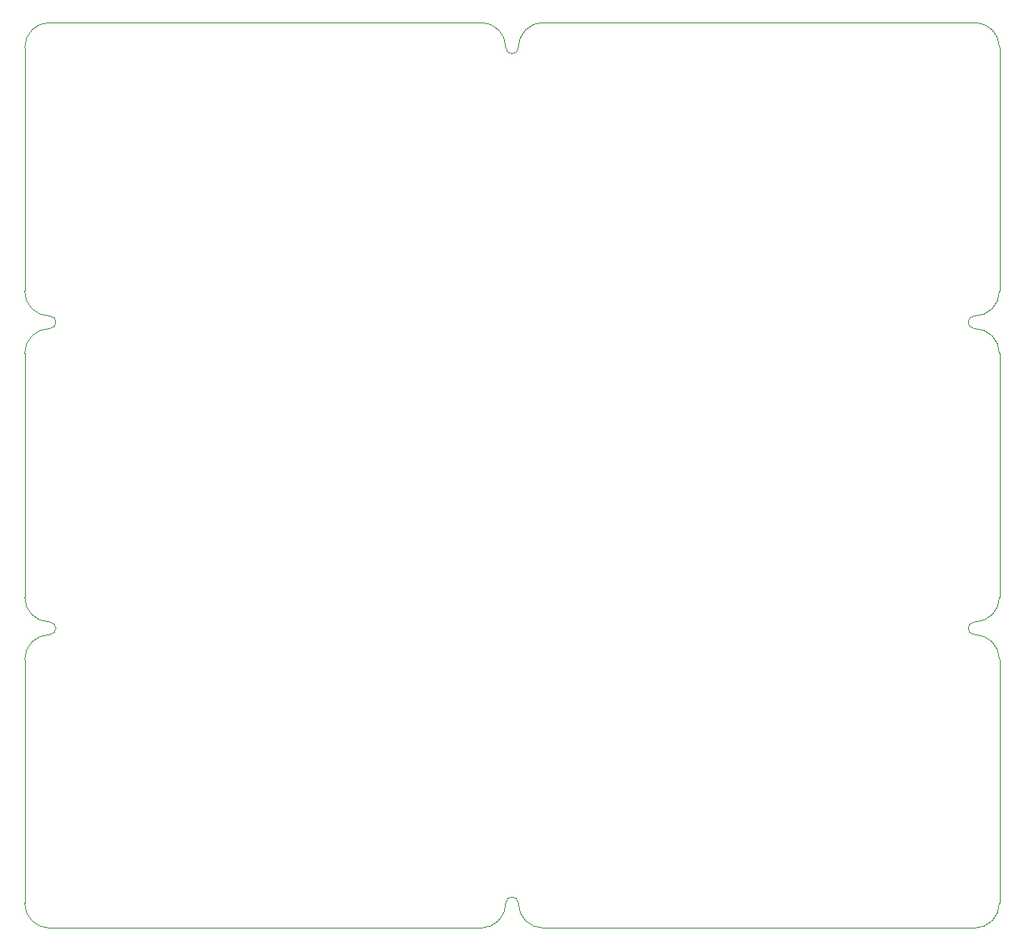
<source format=gbr>
G04 #@! TF.GenerationSoftware,KiCad,Pcbnew,(5.1.4)-1*
G04 #@! TF.CreationDate,2021-12-17T00:30:14+09:00*
G04 #@! TF.ProjectId,ident_card,6964656e-745f-4636-9172-642e6b696361,rev?*
G04 #@! TF.SameCoordinates,Original*
G04 #@! TF.FileFunction,Profile,NP*
%FSLAX46Y46*%
G04 Gerber Fmt 4.6, Leading zero omitted, Abs format (unit mm)*
G04 Created by KiCad (PCBNEW (5.1.4)-1) date 2021-12-17 00:30:14*
%MOMM*%
%LPD*%
G04 APERTURE LIST*
%ADD10C,0.050000*%
G04 APERTURE END LIST*
D10*
X78105000Y-24765000D02*
X78105000Y-49530000D01*
X78105000Y-55880000D02*
X78105000Y-80645000D01*
X78105000Y-86995000D02*
X78105000Y-111760000D01*
X128270000Y-24765000D02*
G75*
G02X130810000Y-22225000I2540000J0D01*
G01*
X78105000Y-24765000D02*
G75*
G02X80645000Y-22225000I2540000J0D01*
G01*
X78105000Y-55880000D02*
G75*
G02X80645000Y-53340000I2540000J0D01*
G01*
X78105000Y-86995000D02*
G75*
G02X80645000Y-84455000I2540000J0D01*
G01*
X80645000Y-83185000D02*
G75*
G02X80645000Y-84455000I0J-635000D01*
G01*
X80645000Y-52070000D02*
G75*
G02X80645000Y-53340000I0J-635000D01*
G01*
X128270000Y-24765000D02*
G75*
G02X127000000Y-24765000I-635000J0D01*
G01*
X174625000Y-53340000D02*
G75*
G02X174625000Y-52070000I0J635000D01*
G01*
X124460000Y-22225000D02*
G75*
G02X127000000Y-24765000I0J-2540000D01*
G01*
X80645000Y-52070000D02*
G75*
G02X78105000Y-49530000I0J2540000D01*
G01*
X124460000Y-22225000D02*
X80645000Y-22225000D01*
X80645000Y-83185000D02*
G75*
G02X78105000Y-80645000I0J2540000D01*
G01*
X80645000Y-114300000D02*
G75*
G02X78105000Y-111760000I0J2540000D01*
G01*
X127000000Y-111760000D02*
G75*
G02X124460000Y-114300000I-2540000J0D01*
G01*
X124460000Y-114300000D02*
X80645000Y-114300000D01*
X174625000Y-22225000D02*
G75*
G02X177165000Y-24765000I0J-2540000D01*
G01*
X177165000Y-24765000D02*
X177165000Y-49530000D01*
X177165000Y-49530000D02*
G75*
G02X174625000Y-52070000I-2540000J0D01*
G01*
X174625000Y-22225000D02*
X130810000Y-22225000D01*
X174625000Y-53340000D02*
G75*
G02X177165000Y-55880000I0J-2540000D01*
G01*
X177165000Y-55880000D02*
X177165000Y-80645000D01*
X177165000Y-80645000D02*
G75*
G02X174625000Y-83185000I-2540000J0D01*
G01*
X127000000Y-111760000D02*
G75*
G02X128270000Y-111760000I635000J0D01*
G01*
X174625000Y-84455000D02*
G75*
G02X174625000Y-83185000I0J635000D01*
G01*
X174625000Y-114300000D02*
X130810000Y-114300000D01*
X177165000Y-86995000D02*
X177165000Y-111760000D01*
X130810000Y-114300000D02*
G75*
G02X128270000Y-111760000I0J2540000D01*
G01*
X174625000Y-84455000D02*
G75*
G02X177165000Y-86995000I0J-2540000D01*
G01*
X177165000Y-111760000D02*
G75*
G02X174625000Y-114300000I-2540000J0D01*
G01*
M02*

</source>
